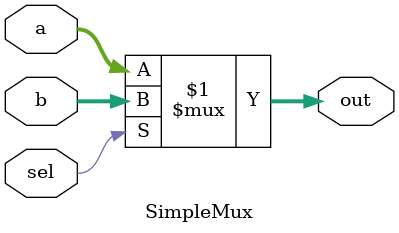
<source format=sv>
module SimpleMux(
    input  logic [31:0] a,
    input  logic [31:0] b,
    input  logic        sel,
    output logic [31:0] out
);
    assign out = sel ? b : a;
endmodule

</source>
